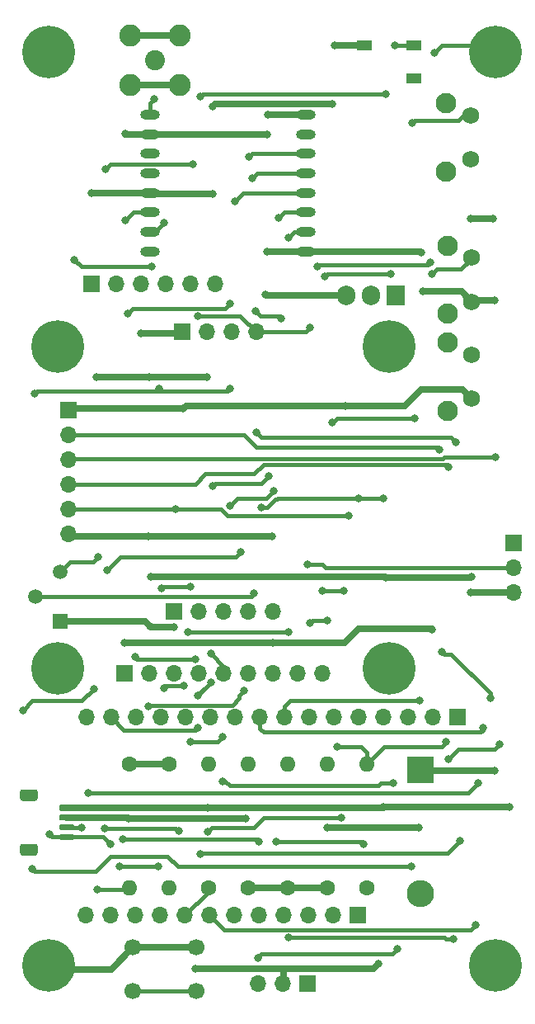
<source format=gbr>
%TF.GenerationSoftware,KiCad,Pcbnew,5.1.12-84ad8e8a86~92~ubuntu18.04.1*%
%TF.CreationDate,2022-01-05T22:45:31-05:00*%
%TF.ProjectId,remote,72656d6f-7465-42e6-9b69-6361645f7063,rev?*%
%TF.SameCoordinates,Original*%
%TF.FileFunction,Copper,L1,Top*%
%TF.FilePolarity,Positive*%
%FSLAX46Y46*%
G04 Gerber Fmt 4.6, Leading zero omitted, Abs format (unit mm)*
G04 Created by KiCad (PCBNEW 5.1.12-84ad8e8a86~92~ubuntu18.04.1) date 2022-01-05 22:45:31*
%MOMM*%
%LPD*%
G01*
G04 APERTURE LIST*
%TA.AperFunction,ComponentPad*%
%ADD10O,1.700000X1.700000*%
%TD*%
%TA.AperFunction,ComponentPad*%
%ADD11R,1.700000X1.700000*%
%TD*%
%TA.AperFunction,ComponentPad*%
%ADD12O,1.905000X2.000000*%
%TD*%
%TA.AperFunction,ComponentPad*%
%ADD13R,1.905000X2.000000*%
%TD*%
%TA.AperFunction,ComponentPad*%
%ADD14C,2.250000*%
%TD*%
%TA.AperFunction,ComponentPad*%
%ADD15C,2.050000*%
%TD*%
%TA.AperFunction,ComponentPad*%
%ADD16C,2.100000*%
%TD*%
%TA.AperFunction,ComponentPad*%
%ADD17C,1.750000*%
%TD*%
%TA.AperFunction,ComponentPad*%
%ADD18O,1.600000X1.600000*%
%TD*%
%TA.AperFunction,ComponentPad*%
%ADD19C,1.600000*%
%TD*%
%TA.AperFunction,ComponentPad*%
%ADD20C,5.400000*%
%TD*%
%TA.AperFunction,WasherPad*%
%ADD21C,5.400000*%
%TD*%
%TA.AperFunction,SMDPad,CuDef*%
%ADD22O,2.000000X1.000000*%
%TD*%
%TA.AperFunction,ComponentPad*%
%ADD23C,1.700000*%
%TD*%
%TA.AperFunction,SMDPad,CuDef*%
%ADD24R,1.500000X1.000000*%
%TD*%
%TA.AperFunction,ComponentPad*%
%ADD25R,1.500000X1.500000*%
%TD*%
%TA.AperFunction,ComponentPad*%
%ADD26C,1.500000*%
%TD*%
%TA.AperFunction,ComponentPad*%
%ADD27R,2.800000X2.800000*%
%TD*%
%TA.AperFunction,ComponentPad*%
%ADD28O,2.800000X2.800000*%
%TD*%
%TA.AperFunction,ViaPad*%
%ADD29C,0.800000*%
%TD*%
%TA.AperFunction,Conductor*%
%ADD30C,0.700000*%
%TD*%
%TA.AperFunction,Conductor*%
%ADD31C,0.400000*%
%TD*%
G04 APERTURE END LIST*
D10*
%TO.P,U2,28*%
%TO.N,N/C*%
X-24175720Y-46476920D03*
%TO.P,U2,27*%
%TO.N,TX_D1*%
X-21635720Y-46476920D03*
%TO.P,U2,26*%
%TO.N,RX_D0*%
X-19095720Y-46476920D03*
%TO.P,U2,25*%
%TO.N,MISO*%
X-16555720Y-46476920D03*
%TO.P,U2,24*%
%TO.N,MOSI*%
X-14015720Y-46476920D03*
%TO.P,U2,23*%
%TO.N,SCK*%
X-11475720Y-46476920D03*
%TO.P,U2,22*%
%TO.N,A5*%
X-8935720Y-46476920D03*
%TO.P,U2,21*%
%TO.N,A4*%
X-6395720Y-46476920D03*
%TO.P,U2,20*%
%TO.N,A3*%
X-3855720Y-46476920D03*
%TO.P,U2,19*%
%TO.N,A2*%
X-1315720Y-46476920D03*
%TO.P,U2,18*%
%TO.N,A1*%
X1224280Y-46476920D03*
%TO.P,U2,17*%
%TO.N,A0*%
X3764280Y-46476920D03*
%TO.P,U2,16*%
%TO.N,GND*%
X6304280Y-46476920D03*
%TO.P,U2,15*%
%TO.N,N/C*%
X8844280Y-46476920D03*
%TO.P,U2,14*%
%TO.N,+3V3*%
X11384280Y-46476920D03*
D11*
%TO.P,U2,13*%
%TO.N,~RESET*%
X13924280Y-46476920D03*
D10*
%TO.P,U2,5*%
%TO.N,D12*%
X-6475720Y-66796920D03*
%TO.P,U2,4*%
%TO.N,D13*%
X-3935720Y-66796920D03*
%TO.P,U2,10*%
%TO.N,D5*%
X-19175720Y-66796920D03*
%TO.P,U2,9*%
%TO.N,D6*%
X-16635720Y-66796920D03*
%TO.P,U2,12*%
%TO.N,SDA*%
X-24255720Y-66796920D03*
%TO.P,U2,7*%
%TO.N,D10*%
X-11555720Y-66796920D03*
%TO.P,U2,6*%
%TO.N,D11*%
X-9015720Y-66796920D03*
%TO.P,U2,2*%
%TO.N,EN*%
X1144280Y-66796920D03*
%TO.P,U2,11*%
%TO.N,SCL*%
X-21715720Y-66796920D03*
%TO.P,U2,8*%
%TO.N,D9*%
X-14095720Y-66796920D03*
D11*
%TO.P,U2,1*%
%TO.N,N/C*%
X3684280Y-66796920D03*
D10*
%TO.P,U2,3*%
X-1395720Y-66796920D03*
%TD*%
D12*
%TO.P,Q1,3*%
%TO.N,GND*%
X2450000Y-3150000D03*
%TO.P,Q1,2*%
%TO.N,POWER_1*%
X4990000Y-3150000D03*
D13*
%TO.P,Q1,1*%
%TO.N,D9*%
X7530000Y-3150000D03*
%TD*%
D10*
%TO.P,J2,6*%
%TO.N,+3V3*%
X-26070000Y-27630000D03*
%TO.P,J2,5*%
%TO.N,A0*%
X-26070000Y-25090000D03*
%TO.P,J2,4*%
%TO.N,A1*%
X-26070000Y-22550000D03*
%TO.P,J2,3*%
%TO.N,D13*%
X-26070000Y-20010000D03*
%TO.P,J2,2*%
%TO.N,D10*%
X-26070000Y-17470000D03*
D11*
%TO.P,J2,1*%
%TO.N,GND*%
X-26070000Y-14930000D03*
%TD*%
D14*
%TO.P,J1,2*%
%TO.N,GND*%
X-19690080Y18450560D03*
X-19690080Y23530560D03*
X-14610080Y23530560D03*
X-14610080Y18450560D03*
D15*
%TO.P,J1,1*%
%TO.N,Net-(J1-Pad1)*%
X-17150080Y20990560D03*
%TD*%
D16*
%TO.P,SW3,*%
%TO.N,*%
X12845380Y-15030500D03*
D17*
%TO.P,SW3,2*%
%TO.N,GND*%
X15335380Y-13770500D03*
%TO.P,SW3,1*%
%TO.N,A4*%
X15335380Y-9270500D03*
D16*
%TO.P,SW3,*%
%TO.N,*%
X12845380Y-8020500D03*
%TD*%
D18*
%TO.P,R4,2*%
%TO.N,A4*%
X-7607136Y-51281920D03*
D19*
%TO.P,R4,1*%
%TO.N,+3V3*%
X-7607136Y-63981920D03*
%TD*%
D20*
%TO.P,H2,1*%
%TO.N,+3V3*%
X17813960Y-71924920D03*
%TD*%
D10*
%TO.P,U5,5*%
%TO.N,+3V3*%
X-5080000Y-35560000D03*
%TO.P,U5,4*%
%TO.N,POWER_1*%
X-7620000Y-35560000D03*
%TO.P,U5,3*%
%TO.N,TX_D1*%
X-10160000Y-35560000D03*
%TO.P,U5,2*%
%TO.N,RX_D0*%
X-12700000Y-35560000D03*
D11*
%TO.P,U5,1*%
%TO.N,N/C*%
X-15240000Y-35560000D03*
%TD*%
D10*
%TO.P,U4,9*%
%TO.N,N/C*%
X0Y-41910000D03*
%TO.P,U4,8*%
X-2540000Y-41910000D03*
%TO.P,U4,7*%
X-5080000Y-41910000D03*
%TO.P,U4,6*%
%TO.N,D5*%
X-7620000Y-41910000D03*
%TO.P,U4,5*%
%TO.N,MOSI*%
X-10160000Y-41910000D03*
%TO.P,U4,4*%
%TO.N,SCK*%
X-12700000Y-41910000D03*
%TO.P,U4,3*%
%TO.N,GND*%
X-15240000Y-41910000D03*
%TO.P,U4,2*%
%TO.N,N/C*%
X-17780000Y-41910000D03*
D11*
%TO.P,U4,1*%
%TO.N,+3V3*%
X-20320000Y-41910000D03*
D21*
%TO.P,U4,*%
%TO.N,*%
X6850000Y-41430000D03*
X-27170000Y-41430000D03*
X6850000Y-8410000D03*
X-27170000Y-8410000D03*
%TD*%
D10*
%TO.P,U3,6*%
%TO.N,N/C*%
X-11021060Y-1960880D03*
%TO.P,U3,5*%
%TO.N,SDA*%
X-13561060Y-1960880D03*
%TO.P,U3,4*%
%TO.N,SCL*%
X-16101060Y-1960880D03*
%TO.P,U3,3*%
%TO.N,GND*%
X-18641060Y-1960880D03*
%TO.P,U3,2*%
%TO.N,N/C*%
X-21181060Y-1960880D03*
D11*
%TO.P,U3,1*%
%TO.N,+3V3*%
X-23721060Y-1960880D03*
%TD*%
D22*
%TO.P,U1,1*%
%TO.N,GND*%
X-1709420Y1353820D03*
%TO.P,U1,2*%
%TO.N,MISO*%
X-1709420Y3353820D03*
%TO.P,U1,3*%
%TO.N,MOSI*%
X-1709420Y5353820D03*
%TO.P,U1,4*%
%TO.N,SCK*%
X-1709420Y7353820D03*
%TO.P,U1,5*%
%TO.N,D11*%
X-1709420Y9353820D03*
%TO.P,U1,6*%
%TO.N,D6*%
X-1709420Y11353820D03*
%TO.P,U1,7*%
%TO.N,N/C*%
X-1709420Y13353820D03*
%TO.P,U1,8*%
%TO.N,GND*%
X-1709420Y15353820D03*
%TO.P,U1,9*%
%TO.N,Net-(J1-Pad1)*%
X-17709420Y15353820D03*
%TO.P,U1,10*%
%TO.N,GND*%
X-17709420Y13353820D03*
%TO.P,U1,11*%
%TO.N,N/C*%
X-17709420Y11353820D03*
%TO.P,U1,12*%
X-17709420Y9353820D03*
%TO.P,U1,13*%
%TO.N,+3V3*%
X-17709420Y7353820D03*
%TO.P,U1,14*%
%TO.N,D12*%
X-17709420Y5353820D03*
%TO.P,U1,15*%
%TO.N,Net-(JP2-Pad1)*%
X-17709420Y3353820D03*
%TO.P,U1,16*%
%TO.N,N/C*%
X-17709420Y1353820D03*
%TD*%
D23*
%TO.P,SW4,1*%
%TO.N,~RESET*%
X-12920000Y-74580000D03*
%TO.P,SW4,2*%
X-19420000Y-74580000D03*
%TO.P,SW4,3*%
%TO.N,GND*%
X-12920000Y-70080000D03*
%TO.P,SW4,4*%
X-19420000Y-70080000D03*
%TD*%
D16*
%TO.P,SW2,*%
%TO.N,*%
X12845380Y-5073700D03*
D17*
%TO.P,SW2,2*%
%TO.N,GND*%
X15335380Y-3813700D03*
%TO.P,SW2,1*%
%TO.N,A3*%
X15335380Y686300D03*
D16*
%TO.P,SW2,*%
%TO.N,*%
X12845380Y1936300D03*
%TD*%
%TO.P,SW1,*%
%TO.N,*%
X12720000Y9520000D03*
D17*
%TO.P,SW1,2*%
%TO.N,GND*%
X15210000Y10780000D03*
%TO.P,SW1,1*%
%TO.N,A2*%
X15210000Y15280000D03*
D16*
%TO.P,SW1,*%
%TO.N,*%
X12720000Y16530000D03*
%TD*%
D24*
%TO.P,SP1,+*%
%TO.N,Net-(D1-Pad2)*%
X9417360Y22478800D03*
%TO.P,SP1,-*%
%TO.N,+3V3*%
X4317360Y22478800D03*
%TO.P,SP1,MT*%
%TO.N,N/C*%
X9417360Y19078800D03*
%TD*%
D18*
%TO.P,R7,2*%
%TO.N,A1*%
X4565268Y-51281920D03*
D19*
%TO.P,R7,1*%
%TO.N,Net-(Q3-Pad2)*%
X4565268Y-63981920D03*
%TD*%
D18*
%TO.P,R3,2*%
%TO.N,GND*%
X-11664604Y-51281920D03*
D19*
%TO.P,R3,1*%
%TO.N,D9*%
X-11664604Y-63981920D03*
%TD*%
D18*
%TO.P,R6,2*%
%TO.N,A2*%
X507800Y-51281920D03*
D19*
%TO.P,R6,1*%
%TO.N,+3V3*%
X507800Y-63981920D03*
%TD*%
D18*
%TO.P,R5,2*%
%TO.N,A3*%
X-3549668Y-51281920D03*
D19*
%TO.P,R5,1*%
%TO.N,+3V3*%
X-3549668Y-63981920D03*
%TD*%
D18*
%TO.P,R2,2*%
%TO.N,SCL*%
X-15722072Y-63981920D03*
D19*
%TO.P,R2,1*%
%TO.N,+3V3*%
X-15722072Y-51281920D03*
%TD*%
D18*
%TO.P,R1,2*%
%TO.N,SDA*%
X-19779540Y-63981920D03*
D19*
%TO.P,R1,1*%
%TO.N,+3V3*%
X-19779540Y-51281920D03*
%TD*%
D25*
%TO.P,Q3,1*%
%TO.N,GND*%
X-26880820Y-36576000D03*
D26*
%TO.P,Q3,3*%
%TO.N,Net-(D1-Pad2)*%
X-26880820Y-31496000D03*
%TO.P,Q3,2*%
%TO.N,Net-(Q3-Pad2)*%
X-29420820Y-34036000D03*
%TD*%
%TO.P,J20,1*%
%TO.N,GND*%
%TA.AperFunction,SMDPad,CuDef*%
G36*
G01*
X-26885000Y-55450000D02*
X-25635000Y-55450000D01*
G75*
G02*
X-25485000Y-55600000I0J-150000D01*
G01*
X-25485000Y-55900000D01*
G75*
G02*
X-25635000Y-56050000I-150000J0D01*
G01*
X-26885000Y-56050000D01*
G75*
G02*
X-27035000Y-55900000I0J150000D01*
G01*
X-27035000Y-55600000D01*
G75*
G02*
X-26885000Y-55450000I150000J0D01*
G01*
G37*
%TD.AperFunction*%
%TO.P,J20,2*%
%TO.N,+3V3*%
%TA.AperFunction,SMDPad,CuDef*%
G36*
G01*
X-26885000Y-56450000D02*
X-25635000Y-56450000D01*
G75*
G02*
X-25485000Y-56600000I0J-150000D01*
G01*
X-25485000Y-56900000D01*
G75*
G02*
X-25635000Y-57050000I-150000J0D01*
G01*
X-26885000Y-57050000D01*
G75*
G02*
X-27035000Y-56900000I0J150000D01*
G01*
X-27035000Y-56600000D01*
G75*
G02*
X-26885000Y-56450000I150000J0D01*
G01*
G37*
%TD.AperFunction*%
%TO.P,J20,3*%
%TO.N,SDA*%
%TA.AperFunction,SMDPad,CuDef*%
G36*
G01*
X-26885000Y-57450000D02*
X-25635000Y-57450000D01*
G75*
G02*
X-25485000Y-57600000I0J-150000D01*
G01*
X-25485000Y-57900000D01*
G75*
G02*
X-25635000Y-58050000I-150000J0D01*
G01*
X-26885000Y-58050000D01*
G75*
G02*
X-27035000Y-57900000I0J150000D01*
G01*
X-27035000Y-57600000D01*
G75*
G02*
X-26885000Y-57450000I150000J0D01*
G01*
G37*
%TD.AperFunction*%
%TO.P,J20,4*%
%TO.N,SCL*%
%TA.AperFunction,SMDPad,CuDef*%
G36*
G01*
X-26885000Y-58450000D02*
X-25635000Y-58450000D01*
G75*
G02*
X-25485000Y-58600000I0J-150000D01*
G01*
X-25485000Y-58900000D01*
G75*
G02*
X-25635000Y-59050000I-150000J0D01*
G01*
X-26885000Y-59050000D01*
G75*
G02*
X-27035000Y-58900000I0J150000D01*
G01*
X-27035000Y-58600000D01*
G75*
G02*
X-26885000Y-58450000I150000J0D01*
G01*
G37*
%TD.AperFunction*%
%TO.P,J20,MP*%
%TO.N,N/C*%
%TA.AperFunction,SMDPad,CuDef*%
G36*
G01*
X-30785001Y-53850000D02*
X-29484999Y-53850000D01*
G75*
G02*
X-29235000Y-54099999I0J-249999D01*
G01*
X-29235000Y-54800001D01*
G75*
G02*
X-29484999Y-55050000I-249999J0D01*
G01*
X-30785001Y-55050000D01*
G75*
G02*
X-31035000Y-54800001I0J249999D01*
G01*
X-31035000Y-54099999D01*
G75*
G02*
X-30785001Y-53850000I249999J0D01*
G01*
G37*
%TD.AperFunction*%
%TA.AperFunction,SMDPad,CuDef*%
G36*
G01*
X-30785001Y-59450000D02*
X-29484999Y-59450000D01*
G75*
G02*
X-29235000Y-59699999I0J-249999D01*
G01*
X-29235000Y-60400001D01*
G75*
G02*
X-29484999Y-60650000I-249999J0D01*
G01*
X-30785001Y-60650000D01*
G75*
G02*
X-31035000Y-60400001I0J249999D01*
G01*
X-31035000Y-59699999D01*
G75*
G02*
X-30785001Y-59450000I249999J0D01*
G01*
G37*
%TD.AperFunction*%
%TD*%
D11*
%TO.P,J19,1*%
%TO.N,N/C*%
X-1541780Y-73751440D03*
D10*
%TO.P,J19,2*%
%TO.N,GND*%
X-4081780Y-73751440D03*
%TO.P,J19,3*%
%TO.N,A5*%
X-6621780Y-73751440D03*
%TD*%
%TO.P,J16,4*%
%TO.N,SDA*%
X-6800000Y-6930000D03*
%TO.P,J16,3*%
%TO.N,SCL*%
X-9340000Y-6930000D03*
%TO.P,J16,2*%
%TO.N,+3V3*%
X-11880000Y-6930000D03*
D11*
%TO.P,J16,1*%
%TO.N,GND*%
X-14420000Y-6930000D03*
%TD*%
%TO.P,J5,1*%
%TO.N,N/C*%
X19672300Y-28582620D03*
D10*
%TO.P,J5,2*%
%TO.N,EN*%
X19672300Y-31122620D03*
%TO.P,J5,3*%
%TO.N,GND*%
X19672300Y-33662620D03*
%TD*%
D20*
%TO.P,H6,1*%
%TO.N,SCL*%
X-28133040Y21833840D03*
%TD*%
%TO.P,H5,1*%
%TO.N,SDA*%
X17813960Y21833840D03*
%TD*%
%TO.P,H1,1*%
%TO.N,GND*%
X-28133040Y-71924920D03*
%TD*%
D27*
%TO.P,D1,1*%
%TO.N,+3V3*%
X10090000Y-51890000D03*
D28*
%TO.P,D1,2*%
%TO.N,Net-(D1-Pad2)*%
X10090000Y-64590000D03*
%TD*%
D29*
%TO.N,GND*%
X-11720000Y-55740000D03*
X6300000Y-55690000D03*
X19190000Y-55690000D03*
X15287380Y-33662620D03*
X-14320000Y-14810000D03*
X-18630000Y-7040000D03*
X2350000Y-14490000D03*
X-5830000Y-3060000D03*
X-5700000Y1330000D03*
X-5610000Y15380000D03*
X10140000Y1270000D03*
X10370000Y-2780000D03*
X15250000Y4680000D03*
X17550000Y4680000D03*
X17690000Y-3710000D03*
X-20260000Y13390000D03*
X-5700000Y13370000D03*
X-17670000Y-37110000D03*
X-17620000Y-32070000D03*
X6540000Y-32140000D03*
X15335380Y-32024620D03*
X-13000000Y-72250000D03*
X5750000Y-71750000D03*
X-15250000Y-37250000D03*
%TO.N,+3V3*%
X17740000Y-51930000D03*
X-19890000Y-56870000D03*
X-7840000Y-56840000D03*
X490000Y-57780000D03*
X9920000Y-57820000D03*
X-20270000Y-38850000D03*
X-5040000Y-38850000D03*
X11310000Y-37430000D03*
X-5160000Y-27910000D03*
X-23670000Y7330000D03*
X-11810000Y-11570000D03*
X-23170000Y-11570000D03*
X1310000Y22470000D03*
X-11270000Y7220000D03*
X-17770000Y-11570000D03*
X-17890000Y-27910000D03*
X1000000Y16500000D03*
X-11250000Y16250000D03*
%TO.N,SDA*%
X-23080000Y-64130000D03*
X-24750000Y-57750000D03*
X-24000000Y-54250000D03*
X16000000Y-53250000D03*
X13750000Y-18250000D03*
X-6750000Y-17250000D03*
X-1250000Y-6500000D03*
X-500000Y-250000D03*
X11090000Y250000D03*
X11500000Y21750000D03*
X-12750000Y-5300000D03*
%TO.N,SCL*%
X-20830000Y-61800000D03*
X-16870000Y-61800000D03*
X-28000000Y-58500000D03*
X-29500000Y-13250000D03*
X-9500000Y-12750000D03*
X-16750000Y-12750000D03*
X-17500000Y-250000D03*
X-25500000Y500000D03*
X-21750000Y-59500000D03*
%TO.N,D9*%
X7000000Y-1000000D03*
X250000Y-1250000D03*
X0Y-33500000D03*
X2000000Y-56750000D03*
X-11750000Y-58200000D03*
X2250000Y-33500000D03*
%TO.N,~RESET*%
X14120000Y-59150000D03*
X-12550000Y-60500000D03*
%TO.N,A0*%
X2750000Y-25750000D03*
X-15090000Y-25090000D03*
%TO.N,A3*%
X11250000Y-1000000D03*
X10000000Y-44750000D03*
%TO.N,A4*%
X16500000Y-47500000D03*
%TO.N,A5*%
X-10250000Y-53000000D03*
X7254280Y-53250000D03*
X7750000Y-70250000D03*
X-6621780Y-71121780D03*
%TO.N,POWER_1*%
X-6250000Y-24950000D03*
X6250000Y-24000000D03*
X3750000Y-24000000D03*
%TO.N,Net-(Q3-Pad2)*%
X-7000000Y-33750000D03*
X-4750000Y-59250000D03*
X4250000Y-59500000D03*
%TO.N,RX_D0*%
X-13500000Y-33020000D03*
X-16500000Y-33236000D03*
%TO.N,TX_D1*%
X-12750000Y-47500000D03*
X-12750000Y-44250000D03*
X-11410001Y-42839999D03*
%TO.N,A2*%
X9250000Y14500000D03*
X9500000Y-15750000D03*
X1000000Y-16250000D03*
X500000Y-36500000D03*
X-1250000Y-36750000D03*
%TO.N,Net-(J1-Pad1)*%
X-17250000Y17000000D03*
%TO.N,EN*%
X-1480000Y-30800000D03*
%TO.N,SCK*%
X-9000000Y6500000D03*
X-9500000Y-4000000D03*
X-20000000Y-5000000D03*
X-13000000Y-40500000D03*
X-19250000Y-40250000D03*
%TO.N,MOSI*%
X-4500000Y4750000D03*
X-5500000Y-21750000D03*
X-11250000Y-22750000D03*
X-11449999Y-39949999D03*
X-13500000Y-49000000D03*
X-10250000Y-48500000D03*
%TO.N,D5*%
X-8000000Y-43750000D03*
X-17845719Y-45345719D03*
%TO.N,A1*%
X13000000Y-20750000D03*
X12750000Y-49000000D03*
X1500000Y-49500000D03*
%TO.N,MISO*%
X-3500000Y2750000D03*
X-3500000Y-37750000D03*
X-13750000Y-37750000D03*
X-14250000Y-43250000D03*
X-16250000Y-43460000D03*
%TO.N,D6*%
X-7510000Y11040000D03*
X-8400000Y-29510000D03*
X-22070000Y-31330000D03*
X-22340000Y-57860000D03*
X-14750000Y-58130000D03*
%TO.N,Net-(JP2-Pad1)*%
X-16250000Y4250000D03*
%TO.N,D12*%
X-20250000Y4500000D03*
X-20500000Y-59000000D03*
X-6500000Y-59250000D03*
%TO.N,D13*%
X-3500000Y-69050000D03*
X13500000Y-69250000D03*
X13000000Y-50750000D03*
X18240000Y-49250000D03*
X17750000Y-19750000D03*
%TO.N,D10*%
X12260000Y-39750000D03*
X17250000Y-44500000D03*
X15750000Y-67750000D03*
X12050000Y-19000000D03*
%TO.N,D11*%
X-7220000Y8840000D03*
X-6870000Y-4800000D03*
X-4220000Y-5570000D03*
X-5000000Y-23250000D03*
X-9500000Y-24750000D03*
%TO.N,Net-(D1-Pad2)*%
X9180000Y-61770000D03*
X7500000Y22500000D03*
X6500000Y17500000D03*
X-12500000Y17250000D03*
X-13250000Y10250000D03*
X-22250000Y9750000D03*
X-23000000Y-30000000D03*
X-29750000Y-62000000D03*
X-23480000Y-43520000D03*
X-30750000Y-45750000D03*
%TD*%
D30*
%TO.N,GND*%
X-21689360Y-72349360D02*
X-19420000Y-70080000D01*
X-28300680Y-72349360D02*
X-21689360Y-72349360D01*
X-19420000Y-70080000D02*
X-12920000Y-70080000D01*
X-26260000Y-55750000D02*
X-11730000Y-55750000D01*
X-11730000Y-55750000D02*
X-11720000Y-55740000D01*
X6300000Y-55690000D02*
X19190000Y-55690000D01*
X19672300Y-33662620D02*
X15287380Y-33662620D01*
X-25950000Y-14810000D02*
X-26070000Y-14930000D01*
X-14320000Y-14810000D02*
X-25950000Y-14810000D01*
X-14530000Y-7040000D02*
X-14420000Y-6930000D01*
X-18630000Y-7040000D02*
X-14530000Y-7040000D01*
X-14000000Y-14490000D02*
X-14320000Y-14810000D01*
X2350000Y-14490000D02*
X-14000000Y-14490000D01*
X15335380Y-13770500D02*
X14404880Y-12840000D01*
X14404880Y-12840000D02*
X10170000Y-12840000D01*
X8520000Y-14490000D02*
X2350000Y-14490000D01*
X10170000Y-12840000D02*
X8520000Y-14490000D01*
X2450000Y-3150000D02*
X-5740000Y-3150000D01*
X-5740000Y-3150000D02*
X-5830000Y-3060000D01*
X-1733240Y1330000D02*
X-1709420Y1353820D01*
X-5700000Y1330000D02*
X-1733240Y1330000D01*
X-1735600Y15380000D02*
X-1709420Y15353820D01*
X-5610000Y15380000D02*
X-1735600Y15380000D01*
X-1709420Y1353820D02*
X10056180Y1353820D01*
X10056180Y1353820D02*
X10140000Y1270000D01*
X14301680Y-2780000D02*
X15335380Y-3813700D01*
X10370000Y-2780000D02*
X14301680Y-2780000D01*
X15250000Y4680000D02*
X17550000Y4680000D01*
X15439080Y-3710000D02*
X15335380Y-3813700D01*
X17690000Y-3710000D02*
X15439080Y-3710000D01*
X-17709420Y13353820D02*
X-20223820Y13353820D01*
X-20223820Y13353820D02*
X-20260000Y13390000D01*
X-14610080Y23530560D02*
X-19690080Y23530560D01*
X-14610080Y18450560D02*
X-19690080Y18450560D01*
X-5716180Y13353820D02*
X-5700000Y13370000D01*
X-17709420Y13353820D02*
X-5716180Y13353820D01*
X-18204000Y-36576000D02*
X-26880820Y-36576000D01*
X-17670000Y-37110000D02*
X-18204000Y-36576000D01*
X6470000Y-32070000D02*
X6540000Y-32140000D01*
X-17620000Y-32070000D02*
X6470000Y-32070000D01*
X15220000Y-32140000D02*
X15335380Y-32024620D01*
X6540000Y-32140000D02*
X15220000Y-32140000D01*
X6250000Y-55740000D02*
X6300000Y-55690000D01*
X-11720000Y-55740000D02*
X6250000Y-55740000D01*
X-13000000Y-72250000D02*
X-4000000Y-72250000D01*
X-4000000Y-73669660D02*
X-4081780Y-73751440D01*
X-4000000Y-72250000D02*
X-4000000Y-73669660D01*
X5250000Y-72250000D02*
X-4000000Y-72250000D01*
X5750000Y-71750000D02*
X5250000Y-72250000D01*
X-17530000Y-37250000D02*
X-17670000Y-37110000D01*
X-15250000Y-37250000D02*
X-17530000Y-37250000D01*
%TO.N,+3V3*%
X-7607136Y-63981920D02*
X-3549668Y-63981920D01*
X-3549668Y-63981920D02*
X507800Y-63981920D01*
X-19779540Y-51281920D02*
X-15722072Y-51281920D01*
X10130000Y-51930000D02*
X10090000Y-51890000D01*
X17740000Y-51930000D02*
X10130000Y-51930000D01*
X-26260000Y-56750000D02*
X-20010000Y-56750000D01*
X-20010000Y-56750000D02*
X-19890000Y-56870000D01*
X-19890000Y-56870000D02*
X-7870000Y-56870000D01*
X-7870000Y-56870000D02*
X-7840000Y-56840000D01*
X490000Y-57780000D02*
X9880000Y-57780000D01*
X9880000Y-57780000D02*
X9920000Y-57820000D01*
X-20270000Y-38850000D02*
X-5040000Y-38850000D01*
X-5040000Y-38850000D02*
X2270000Y-38850000D01*
X2270000Y-38850000D02*
X3750000Y-37370000D01*
X3750000Y-37370000D02*
X11250000Y-37370000D01*
X11250000Y-37370000D02*
X11310000Y-37430000D01*
X-25790000Y-27910000D02*
X-26070000Y-27630000D01*
X-17733240Y7330000D02*
X-17709420Y7353820D01*
X-23670000Y7330000D02*
X-17733240Y7330000D01*
X4317360Y22478800D02*
X1318800Y22478800D01*
X1318800Y22478800D02*
X1310000Y22470000D01*
X-17575600Y7220000D02*
X-17709420Y7353820D01*
X-11270000Y7220000D02*
X-17575600Y7220000D01*
X-17780000Y-11570000D02*
X-17770000Y-11570000D01*
X-17780000Y-11570000D02*
X-23170000Y-11570000D01*
X-11810000Y-11570000D02*
X-17780000Y-11570000D01*
X-5160000Y-27910000D02*
X-17890000Y-27910000D01*
X-17890000Y-27910000D02*
X-25790000Y-27910000D01*
X1000000Y16500000D02*
X-11000000Y16500000D01*
X-11000000Y16500000D02*
X-11250000Y16250000D01*
D31*
%TO.N,SDA*%
X-19927620Y-64130000D02*
X-19779540Y-63981920D01*
X-23080000Y-64130000D02*
X-19927620Y-64130000D01*
X-26260000Y-57750000D02*
X-24750000Y-57750000D01*
X-24000000Y-54250000D02*
X-15500000Y-54250000D01*
X-15500000Y-54250000D02*
X15000000Y-54250000D01*
X15000000Y-54250000D02*
X16000000Y-53250000D01*
X13750000Y-18250000D02*
X13250000Y-17750000D01*
X13250000Y-17750000D02*
X-6250000Y-17750000D01*
X-6250000Y-17750000D02*
X-6750000Y-17250000D01*
X-6800000Y-6930000D02*
X-1680000Y-6930000D01*
X-1680000Y-6930000D02*
X-1250000Y-6500000D01*
X-500000Y-250000D02*
X-250000Y0D01*
X-250000Y0D02*
X10840000Y0D01*
X10840000Y0D02*
X11090000Y250000D01*
X11500000Y21750000D02*
X12250000Y22500000D01*
X17094600Y22500000D02*
X17813960Y21780640D01*
X12250000Y22500000D02*
X17094600Y22500000D01*
X-8430000Y-5300000D02*
X-6800000Y-6930000D01*
X-12750000Y-5300000D02*
X-8430000Y-5300000D01*
%TO.N,SCL*%
X-20830000Y-61800000D02*
X-16870000Y-61800000D01*
X-26260000Y-58750000D02*
X-27750000Y-58750000D01*
X-27750000Y-58750000D02*
X-28000000Y-58500000D01*
X-29500000Y-13250000D02*
X-29250000Y-13000000D01*
X-9750000Y-13000000D02*
X-9500000Y-12750000D01*
X-17000000Y-13000000D02*
X-16750000Y-12750000D01*
X-19000000Y-13000000D02*
X-9750000Y-13000000D01*
X-19000000Y-13000000D02*
X-17000000Y-13000000D01*
X-29250000Y-13000000D02*
X-19000000Y-13000000D01*
X-17500000Y-250000D02*
X-24750000Y-250000D01*
X-24750000Y-250000D02*
X-25500000Y500000D01*
X-26260000Y-58750000D02*
X-22500000Y-58750000D01*
X-22500000Y-58750000D02*
X-21750000Y-59500000D01*
%TO.N,D9*%
X7000000Y-1000000D02*
X500000Y-1000000D01*
X500000Y-1000000D02*
X250000Y-1250000D01*
X2000000Y-56750000D02*
X-6000000Y-56750000D01*
X-6000000Y-56750000D02*
X-7000000Y-57750000D01*
X-7000000Y-57750000D02*
X-11300000Y-57750000D01*
X-11300000Y-57750000D02*
X-11750000Y-58200000D01*
X2250000Y-33500000D02*
X500000Y-33500000D01*
X0Y-33500000D02*
X500000Y-33500000D01*
X500000Y-33500000D02*
X750000Y-33500000D01*
X-11664604Y-64365804D02*
X-14095720Y-66796920D01*
X-11664604Y-63981920D02*
X-11664604Y-64365804D01*
%TO.N,~RESET*%
X-19420000Y-74580000D02*
X-12920000Y-74580000D01*
X14120000Y-59150000D02*
X12840000Y-60430000D01*
X-12480000Y-60430000D02*
X-12550000Y-60500000D01*
X12840000Y-60430000D02*
X-12480000Y-60430000D01*
%TO.N,A0*%
X-10410000Y-25090000D02*
X-9750000Y-25750000D01*
X-9750000Y-25750000D02*
X2750000Y-25750000D01*
X-26070000Y-25090000D02*
X-15090000Y-25090000D01*
X-15090000Y-25090000D02*
X-10410000Y-25090000D01*
%TO.N,A3*%
X15335380Y686300D02*
X15335380Y585380D01*
X15335380Y585380D02*
X14250000Y-500000D01*
X14250000Y-500000D02*
X11750000Y-500000D01*
X11750000Y-500000D02*
X11250000Y-1000000D01*
X10000000Y-44750000D02*
X-3250000Y-44750000D01*
X-3855720Y-45355720D02*
X-3855720Y-46476920D01*
X-3250000Y-44750000D02*
X-3855720Y-45355720D01*
%TO.N,A4*%
X16500000Y-47500000D02*
X16500000Y-47750000D01*
X16500000Y-47750000D02*
X16250000Y-48000000D01*
X16250000Y-48000000D02*
X-6000000Y-48000000D01*
X-6395720Y-47604280D02*
X-6395720Y-46476920D01*
X-6000000Y-48000000D02*
X-6395720Y-47604280D01*
%TO.N,A5*%
X-10250000Y-53000000D02*
X-10000000Y-53000000D01*
X-10000000Y-53000000D02*
X-9500000Y-53500000D01*
X-9500000Y-53500000D02*
X-5000000Y-53500000D01*
X-5000000Y-53500000D02*
X5750000Y-53500000D01*
X5750000Y-53500000D02*
X6000000Y-53250000D01*
X6000000Y-53250000D02*
X7254280Y-53250000D01*
X-6250000Y-70750000D02*
X-6621780Y-71121780D01*
X7750000Y-70250000D02*
X7250000Y-70750000D01*
X7250000Y-70750000D02*
X-6250000Y-70750000D01*
%TO.N,POWER_1*%
X-6250000Y-24950000D02*
X-6250000Y-24750000D01*
X-4800001Y-24050001D02*
X-5700000Y-24950000D01*
X-4615999Y-24050001D02*
X-4800001Y-24050001D01*
X-4565998Y-24000000D02*
X-4615999Y-24050001D01*
X-6250000Y-24950000D02*
X-5700000Y-24950000D01*
X3750000Y-24000000D02*
X-4565998Y-24000000D01*
X6250000Y-24000000D02*
X3750000Y-24000000D01*
%TO.N,Net-(Q3-Pad2)*%
X-29420820Y-34036000D02*
X-7286000Y-34036000D01*
X-7286000Y-34036000D02*
X-7000000Y-33750000D01*
X-4750000Y-59250000D02*
X500000Y-59250000D01*
X500000Y-59250000D02*
X4000000Y-59250000D01*
X4000000Y-59250000D02*
X4250000Y-59500000D01*
%TO.N,RX_D0*%
X-13500000Y-33020000D02*
X-16284000Y-33020000D01*
X-16284000Y-33020000D02*
X-16500000Y-33236000D01*
%TO.N,TX_D1*%
X-21635720Y-46476920D02*
X-20362640Y-47750000D01*
X-20362640Y-47750000D02*
X-13000000Y-47750000D01*
X-13000000Y-47750000D02*
X-12750000Y-47500000D01*
X-12500000Y-44000000D02*
X-12750000Y-44250000D01*
X-12000000Y-43500000D02*
X-12750000Y-44250000D01*
X-12750000Y-44179998D02*
X-11410001Y-42839999D01*
X-12750000Y-44250000D02*
X-12750000Y-44179998D01*
%TO.N,A2*%
X15210000Y15280000D02*
X14530000Y15280000D01*
X14530000Y15280000D02*
X14000000Y14750000D01*
X14000000Y14750000D02*
X9500000Y14750000D01*
X9500000Y14750000D02*
X9250000Y14500000D01*
X9500000Y-15750000D02*
X2250000Y-15750000D01*
X2250000Y-15750000D02*
X1500000Y-15750000D01*
X1500000Y-15750000D02*
X1000000Y-16250000D01*
X500000Y-36500000D02*
X-1000000Y-36500000D01*
X-1000000Y-36500000D02*
X-1250000Y-36750000D01*
%TO.N,Net-(J1-Pad1)*%
X-17709420Y15353820D02*
X-17709420Y16540580D01*
X-17709420Y16540580D02*
X-17250000Y17000000D01*
%TO.N,EN*%
X19672300Y-31122620D02*
X372620Y-31122620D01*
X372620Y-31122620D02*
X50000Y-30800000D01*
X50000Y-30800000D02*
X-1480000Y-30800000D01*
%TO.N,SCK*%
X-1709420Y7353820D02*
X-8146180Y7353820D01*
X-8146180Y7353820D02*
X-9000000Y6500000D01*
X-9500000Y-4000000D02*
X-10000000Y-4500000D01*
X-10000000Y-4500000D02*
X-19500000Y-4500000D01*
X-19500000Y-4500000D02*
X-20000000Y-5000000D01*
X-13000000Y-40500000D02*
X-19000000Y-40500000D01*
X-19000000Y-40500000D02*
X-19250000Y-40250000D01*
%TO.N,MOSI*%
X-1709420Y5353820D02*
X-3896180Y5353820D01*
X-3896180Y5353820D02*
X-4500000Y4750000D01*
X-5500000Y-21750000D02*
X-6250000Y-22500000D01*
X-6250000Y-22500000D02*
X-10500000Y-22500000D01*
X-10500000Y-22500000D02*
X-11000000Y-22500000D01*
X-11000000Y-22500000D02*
X-11250000Y-22750000D01*
X-10160000Y-41239998D02*
X-11449999Y-39949999D01*
X-10160000Y-41910000D02*
X-10160000Y-41239998D01*
X-13500000Y-49000000D02*
X-10750000Y-49000000D01*
X-10750000Y-49000000D02*
X-10250000Y-48500000D01*
%TO.N,D5*%
X-8000000Y-43750000D02*
X-8510000Y-44260000D01*
X-8510000Y-44260000D02*
X-8510000Y-44510000D01*
X-8510000Y-44510000D02*
X-9250000Y-45250000D01*
X-17726919Y-45226919D02*
X-17845719Y-45345719D01*
X-9273081Y-45226919D02*
X-17726919Y-45226919D01*
X-9250000Y-45250000D02*
X-9273081Y-45226919D01*
%TO.N,A1*%
X-26070000Y-22550000D02*
X-13050000Y-22550000D01*
X-13050000Y-22550000D02*
X-12000000Y-21500000D01*
X-12000000Y-21500000D02*
X-7000000Y-21500000D01*
X-7000000Y-21500000D02*
X-6000000Y-20500000D01*
X-6000000Y-20500000D02*
X12750000Y-20500000D01*
X12750000Y-20500000D02*
X13000000Y-20750000D01*
X6347188Y-49500000D02*
X4565268Y-51281920D01*
X12750000Y-49000000D02*
X12250000Y-49500000D01*
X12250000Y-49500000D02*
X6347188Y-49500000D01*
X1500000Y-49500000D02*
X4000000Y-49500000D01*
X4565268Y-50065268D02*
X4565268Y-51281920D01*
X4000000Y-49500000D02*
X4565268Y-50065268D01*
%TO.N,MISO*%
X-1709420Y3353820D02*
X-2896180Y3353820D01*
X-2896180Y3353820D02*
X-3500000Y2750000D01*
X-3500000Y-37750000D02*
X-13750000Y-37750000D01*
X-14250000Y-43250000D02*
X-16040000Y-43250000D01*
X-16040000Y-43250000D02*
X-16250000Y-43460000D01*
%TO.N,D6*%
X-1709420Y11353820D02*
X-7196180Y11353820D01*
X-7196180Y11353820D02*
X-7510000Y11040000D01*
X-8400000Y-29510000D02*
X-8880000Y-29990000D01*
X-8880000Y-29990000D02*
X-20730000Y-29990000D01*
X-20730000Y-29990000D02*
X-22070000Y-31330000D01*
X-22340000Y-57860000D02*
X-15020000Y-57860000D01*
X-15020000Y-57860000D02*
X-14750000Y-58130000D01*
%TO.N,Net-(JP2-Pad1)*%
X-17709420Y3353820D02*
X-17146180Y3353820D01*
X-17146180Y3353820D02*
X-16250000Y4250000D01*
%TO.N,D12*%
X-17709420Y5353820D02*
X-19396180Y5353820D01*
X-19396180Y5353820D02*
X-20250000Y4500000D01*
X-20500000Y-59000000D02*
X-6750000Y-59000000D01*
X-6750000Y-59000000D02*
X-6500000Y-59250000D01*
%TO.N,D13*%
X-3500000Y-69050000D02*
X12550000Y-69050000D01*
X12550000Y-69050000D02*
X12750000Y-69250000D01*
X12750000Y-69250000D02*
X13500000Y-69250000D01*
X13000000Y-50750000D02*
X13500000Y-50250000D01*
X13500000Y-50250000D02*
X14000000Y-49750000D01*
X14000000Y-49750000D02*
X17740000Y-49750000D01*
X17740000Y-49750000D02*
X18240000Y-49250000D01*
X-25959990Y-19899990D02*
X-26070000Y-20010000D01*
X12350010Y-19899990D02*
X-25959990Y-19899990D01*
X17750000Y-19750000D02*
X12500000Y-19750000D01*
X12500000Y-19750000D02*
X12350010Y-19899990D01*
%TO.N,D10*%
X-26070000Y-17470000D02*
X-8030000Y-17470000D01*
X-8030000Y-17470000D02*
X-6750000Y-18750000D01*
X-6750000Y-18750000D02*
X11750000Y-18750000D01*
X12260000Y-39750000D02*
X12500000Y-39990000D01*
X12500000Y-39990000D02*
X13240000Y-39990000D01*
X13240000Y-39990000D02*
X17250000Y-44000000D01*
X17250000Y-44000000D02*
X17250000Y-44500000D01*
X15750000Y-67750000D02*
X15250000Y-68250000D01*
X-10102640Y-68250000D02*
X-11555720Y-66796920D01*
X15250000Y-68250000D02*
X-10102640Y-68250000D01*
X11750000Y-18750000D02*
X11800000Y-18750000D01*
X11800000Y-18750000D02*
X12050000Y-19000000D01*
%TO.N,D11*%
X-1709420Y9353820D02*
X-6706180Y9353820D01*
X-6706180Y9353820D02*
X-7220000Y8840000D01*
X-6870000Y-4800000D02*
X-6360000Y-5310000D01*
X-6360000Y-5310000D02*
X-4480000Y-5310000D01*
X-4480000Y-5310000D02*
X-4220000Y-5570000D01*
X-5000000Y-23250000D02*
X-5750000Y-24000000D01*
X-5750000Y-24000000D02*
X-8750000Y-24000000D01*
X-8750000Y-24000000D02*
X-9500000Y-24750000D01*
%TO.N,Net-(D1-Pad2)*%
X9180000Y-61770000D02*
X-6470000Y-61770000D01*
X-6470000Y-61770000D02*
X-14840000Y-61770000D01*
X-14840000Y-61770000D02*
X-15900000Y-60710000D01*
X-26766820Y-31610000D02*
X-26880820Y-31496000D01*
X9417360Y22478800D02*
X7478800Y22478800D01*
X7478800Y22478800D02*
X7500000Y22500000D01*
X6500000Y17500000D02*
X-12250000Y17500000D01*
X-12250000Y17500000D02*
X-12500000Y17250000D01*
X-21746170Y10253830D02*
X-22250000Y9750000D01*
X-13250000Y10250000D02*
X-13253830Y10253830D01*
X-13253830Y10253830D02*
X-21746170Y10253830D01*
X-23000000Y-30000000D02*
X-23500000Y-30500000D01*
X-25884820Y-30500000D02*
X-26880820Y-31496000D01*
X-23500000Y-30500000D02*
X-25884820Y-30500000D01*
X-15900000Y-60710000D02*
X-21710000Y-60710000D01*
X-21710000Y-60710000D02*
X-23250000Y-62250000D01*
X-23250000Y-62250000D02*
X-29500000Y-62250000D01*
X-29500000Y-62250000D02*
X-29750000Y-62000000D01*
X-24710000Y-44750000D02*
X-23480000Y-43520000D01*
X-29750000Y-44750000D02*
X-30750000Y-45750000D01*
X-25750000Y-44750000D02*
X-29750000Y-44750000D01*
X-25750000Y-44750000D02*
X-24710000Y-44750000D01*
X-29500000Y-44750000D02*
X-25750000Y-44750000D01*
%TD*%
M02*

</source>
